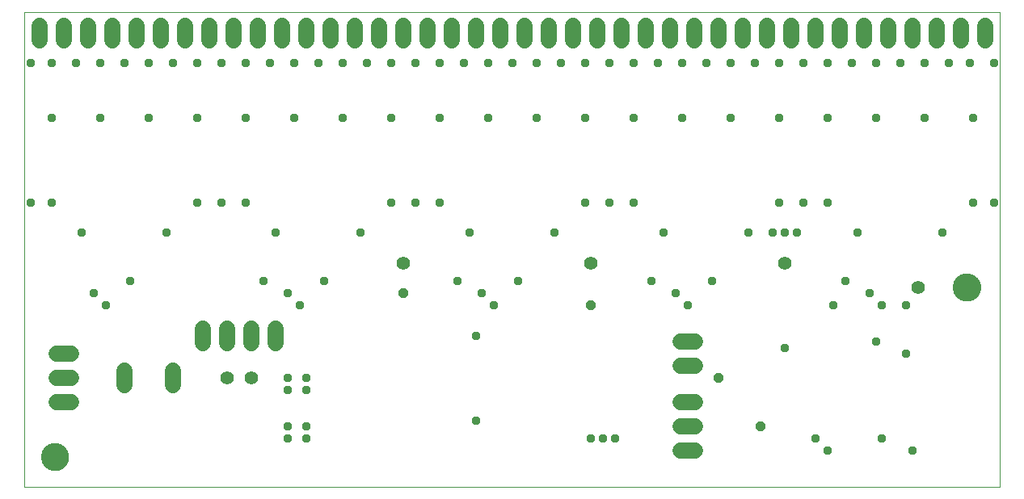
<source format=gbs>
G75*
%MOIN*%
%OFA0B0*%
%FSLAX25Y25*%
%IPPOS*%
%LPD*%
%AMOC8*
5,1,8,0,0,1.08239X$1,22.5*
%
%ADD10C,0.00000*%
%ADD11C,0.06500*%
%ADD12C,0.11524*%
%ADD13C,0.05500*%
%ADD14OC8,0.03453*%
%ADD15OC8,0.04043*%
D10*
X0005550Y0006800D02*
X0005550Y0203001D01*
X0407971Y0203001D01*
X0407971Y0006800D01*
X0005550Y0006800D01*
X0012538Y0019300D02*
X0012540Y0019448D01*
X0012546Y0019596D01*
X0012556Y0019744D01*
X0012570Y0019891D01*
X0012588Y0020038D01*
X0012609Y0020184D01*
X0012635Y0020330D01*
X0012665Y0020475D01*
X0012698Y0020619D01*
X0012736Y0020762D01*
X0012777Y0020904D01*
X0012822Y0021045D01*
X0012870Y0021185D01*
X0012923Y0021324D01*
X0012979Y0021461D01*
X0013039Y0021596D01*
X0013102Y0021730D01*
X0013169Y0021862D01*
X0013240Y0021992D01*
X0013314Y0022120D01*
X0013391Y0022246D01*
X0013472Y0022370D01*
X0013556Y0022492D01*
X0013643Y0022611D01*
X0013734Y0022728D01*
X0013828Y0022843D01*
X0013924Y0022955D01*
X0014024Y0023065D01*
X0014126Y0023171D01*
X0014232Y0023275D01*
X0014340Y0023376D01*
X0014451Y0023474D01*
X0014564Y0023570D01*
X0014680Y0023662D01*
X0014798Y0023751D01*
X0014919Y0023836D01*
X0015042Y0023919D01*
X0015167Y0023998D01*
X0015294Y0024074D01*
X0015423Y0024146D01*
X0015554Y0024215D01*
X0015687Y0024280D01*
X0015822Y0024341D01*
X0015958Y0024399D01*
X0016095Y0024454D01*
X0016234Y0024504D01*
X0016375Y0024551D01*
X0016516Y0024594D01*
X0016659Y0024634D01*
X0016803Y0024669D01*
X0016947Y0024701D01*
X0017093Y0024728D01*
X0017239Y0024752D01*
X0017386Y0024772D01*
X0017533Y0024788D01*
X0017680Y0024800D01*
X0017828Y0024808D01*
X0017976Y0024812D01*
X0018124Y0024812D01*
X0018272Y0024808D01*
X0018420Y0024800D01*
X0018567Y0024788D01*
X0018714Y0024772D01*
X0018861Y0024752D01*
X0019007Y0024728D01*
X0019153Y0024701D01*
X0019297Y0024669D01*
X0019441Y0024634D01*
X0019584Y0024594D01*
X0019725Y0024551D01*
X0019866Y0024504D01*
X0020005Y0024454D01*
X0020142Y0024399D01*
X0020278Y0024341D01*
X0020413Y0024280D01*
X0020546Y0024215D01*
X0020677Y0024146D01*
X0020806Y0024074D01*
X0020933Y0023998D01*
X0021058Y0023919D01*
X0021181Y0023836D01*
X0021302Y0023751D01*
X0021420Y0023662D01*
X0021536Y0023570D01*
X0021649Y0023474D01*
X0021760Y0023376D01*
X0021868Y0023275D01*
X0021974Y0023171D01*
X0022076Y0023065D01*
X0022176Y0022955D01*
X0022272Y0022843D01*
X0022366Y0022728D01*
X0022457Y0022611D01*
X0022544Y0022492D01*
X0022628Y0022370D01*
X0022709Y0022246D01*
X0022786Y0022120D01*
X0022860Y0021992D01*
X0022931Y0021862D01*
X0022998Y0021730D01*
X0023061Y0021596D01*
X0023121Y0021461D01*
X0023177Y0021324D01*
X0023230Y0021185D01*
X0023278Y0021045D01*
X0023323Y0020904D01*
X0023364Y0020762D01*
X0023402Y0020619D01*
X0023435Y0020475D01*
X0023465Y0020330D01*
X0023491Y0020184D01*
X0023512Y0020038D01*
X0023530Y0019891D01*
X0023544Y0019744D01*
X0023554Y0019596D01*
X0023560Y0019448D01*
X0023562Y0019300D01*
X0023560Y0019152D01*
X0023554Y0019004D01*
X0023544Y0018856D01*
X0023530Y0018709D01*
X0023512Y0018562D01*
X0023491Y0018416D01*
X0023465Y0018270D01*
X0023435Y0018125D01*
X0023402Y0017981D01*
X0023364Y0017838D01*
X0023323Y0017696D01*
X0023278Y0017555D01*
X0023230Y0017415D01*
X0023177Y0017276D01*
X0023121Y0017139D01*
X0023061Y0017004D01*
X0022998Y0016870D01*
X0022931Y0016738D01*
X0022860Y0016608D01*
X0022786Y0016480D01*
X0022709Y0016354D01*
X0022628Y0016230D01*
X0022544Y0016108D01*
X0022457Y0015989D01*
X0022366Y0015872D01*
X0022272Y0015757D01*
X0022176Y0015645D01*
X0022076Y0015535D01*
X0021974Y0015429D01*
X0021868Y0015325D01*
X0021760Y0015224D01*
X0021649Y0015126D01*
X0021536Y0015030D01*
X0021420Y0014938D01*
X0021302Y0014849D01*
X0021181Y0014764D01*
X0021058Y0014681D01*
X0020933Y0014602D01*
X0020806Y0014526D01*
X0020677Y0014454D01*
X0020546Y0014385D01*
X0020413Y0014320D01*
X0020278Y0014259D01*
X0020142Y0014201D01*
X0020005Y0014146D01*
X0019866Y0014096D01*
X0019725Y0014049D01*
X0019584Y0014006D01*
X0019441Y0013966D01*
X0019297Y0013931D01*
X0019153Y0013899D01*
X0019007Y0013872D01*
X0018861Y0013848D01*
X0018714Y0013828D01*
X0018567Y0013812D01*
X0018420Y0013800D01*
X0018272Y0013792D01*
X0018124Y0013788D01*
X0017976Y0013788D01*
X0017828Y0013792D01*
X0017680Y0013800D01*
X0017533Y0013812D01*
X0017386Y0013828D01*
X0017239Y0013848D01*
X0017093Y0013872D01*
X0016947Y0013899D01*
X0016803Y0013931D01*
X0016659Y0013966D01*
X0016516Y0014006D01*
X0016375Y0014049D01*
X0016234Y0014096D01*
X0016095Y0014146D01*
X0015958Y0014201D01*
X0015822Y0014259D01*
X0015687Y0014320D01*
X0015554Y0014385D01*
X0015423Y0014454D01*
X0015294Y0014526D01*
X0015167Y0014602D01*
X0015042Y0014681D01*
X0014919Y0014764D01*
X0014798Y0014849D01*
X0014680Y0014938D01*
X0014564Y0015030D01*
X0014451Y0015126D01*
X0014340Y0015224D01*
X0014232Y0015325D01*
X0014126Y0015429D01*
X0014024Y0015535D01*
X0013924Y0015645D01*
X0013828Y0015757D01*
X0013734Y0015872D01*
X0013643Y0015989D01*
X0013556Y0016108D01*
X0013472Y0016230D01*
X0013391Y0016354D01*
X0013314Y0016480D01*
X0013240Y0016608D01*
X0013169Y0016738D01*
X0013102Y0016870D01*
X0013039Y0017004D01*
X0012979Y0017139D01*
X0012923Y0017276D01*
X0012870Y0017415D01*
X0012822Y0017555D01*
X0012777Y0017696D01*
X0012736Y0017838D01*
X0012698Y0017981D01*
X0012665Y0018125D01*
X0012635Y0018270D01*
X0012609Y0018416D01*
X0012588Y0018562D01*
X0012570Y0018709D01*
X0012556Y0018856D01*
X0012546Y0019004D01*
X0012540Y0019152D01*
X0012538Y0019300D01*
X0388788Y0089300D02*
X0388790Y0089448D01*
X0388796Y0089596D01*
X0388806Y0089744D01*
X0388820Y0089891D01*
X0388838Y0090038D01*
X0388859Y0090184D01*
X0388885Y0090330D01*
X0388915Y0090475D01*
X0388948Y0090619D01*
X0388986Y0090762D01*
X0389027Y0090904D01*
X0389072Y0091045D01*
X0389120Y0091185D01*
X0389173Y0091324D01*
X0389229Y0091461D01*
X0389289Y0091596D01*
X0389352Y0091730D01*
X0389419Y0091862D01*
X0389490Y0091992D01*
X0389564Y0092120D01*
X0389641Y0092246D01*
X0389722Y0092370D01*
X0389806Y0092492D01*
X0389893Y0092611D01*
X0389984Y0092728D01*
X0390078Y0092843D01*
X0390174Y0092955D01*
X0390274Y0093065D01*
X0390376Y0093171D01*
X0390482Y0093275D01*
X0390590Y0093376D01*
X0390701Y0093474D01*
X0390814Y0093570D01*
X0390930Y0093662D01*
X0391048Y0093751D01*
X0391169Y0093836D01*
X0391292Y0093919D01*
X0391417Y0093998D01*
X0391544Y0094074D01*
X0391673Y0094146D01*
X0391804Y0094215D01*
X0391937Y0094280D01*
X0392072Y0094341D01*
X0392208Y0094399D01*
X0392345Y0094454D01*
X0392484Y0094504D01*
X0392625Y0094551D01*
X0392766Y0094594D01*
X0392909Y0094634D01*
X0393053Y0094669D01*
X0393197Y0094701D01*
X0393343Y0094728D01*
X0393489Y0094752D01*
X0393636Y0094772D01*
X0393783Y0094788D01*
X0393930Y0094800D01*
X0394078Y0094808D01*
X0394226Y0094812D01*
X0394374Y0094812D01*
X0394522Y0094808D01*
X0394670Y0094800D01*
X0394817Y0094788D01*
X0394964Y0094772D01*
X0395111Y0094752D01*
X0395257Y0094728D01*
X0395403Y0094701D01*
X0395547Y0094669D01*
X0395691Y0094634D01*
X0395834Y0094594D01*
X0395975Y0094551D01*
X0396116Y0094504D01*
X0396255Y0094454D01*
X0396392Y0094399D01*
X0396528Y0094341D01*
X0396663Y0094280D01*
X0396796Y0094215D01*
X0396927Y0094146D01*
X0397056Y0094074D01*
X0397183Y0093998D01*
X0397308Y0093919D01*
X0397431Y0093836D01*
X0397552Y0093751D01*
X0397670Y0093662D01*
X0397786Y0093570D01*
X0397899Y0093474D01*
X0398010Y0093376D01*
X0398118Y0093275D01*
X0398224Y0093171D01*
X0398326Y0093065D01*
X0398426Y0092955D01*
X0398522Y0092843D01*
X0398616Y0092728D01*
X0398707Y0092611D01*
X0398794Y0092492D01*
X0398878Y0092370D01*
X0398959Y0092246D01*
X0399036Y0092120D01*
X0399110Y0091992D01*
X0399181Y0091862D01*
X0399248Y0091730D01*
X0399311Y0091596D01*
X0399371Y0091461D01*
X0399427Y0091324D01*
X0399480Y0091185D01*
X0399528Y0091045D01*
X0399573Y0090904D01*
X0399614Y0090762D01*
X0399652Y0090619D01*
X0399685Y0090475D01*
X0399715Y0090330D01*
X0399741Y0090184D01*
X0399762Y0090038D01*
X0399780Y0089891D01*
X0399794Y0089744D01*
X0399804Y0089596D01*
X0399810Y0089448D01*
X0399812Y0089300D01*
X0399810Y0089152D01*
X0399804Y0089004D01*
X0399794Y0088856D01*
X0399780Y0088709D01*
X0399762Y0088562D01*
X0399741Y0088416D01*
X0399715Y0088270D01*
X0399685Y0088125D01*
X0399652Y0087981D01*
X0399614Y0087838D01*
X0399573Y0087696D01*
X0399528Y0087555D01*
X0399480Y0087415D01*
X0399427Y0087276D01*
X0399371Y0087139D01*
X0399311Y0087004D01*
X0399248Y0086870D01*
X0399181Y0086738D01*
X0399110Y0086608D01*
X0399036Y0086480D01*
X0398959Y0086354D01*
X0398878Y0086230D01*
X0398794Y0086108D01*
X0398707Y0085989D01*
X0398616Y0085872D01*
X0398522Y0085757D01*
X0398426Y0085645D01*
X0398326Y0085535D01*
X0398224Y0085429D01*
X0398118Y0085325D01*
X0398010Y0085224D01*
X0397899Y0085126D01*
X0397786Y0085030D01*
X0397670Y0084938D01*
X0397552Y0084849D01*
X0397431Y0084764D01*
X0397308Y0084681D01*
X0397183Y0084602D01*
X0397056Y0084526D01*
X0396927Y0084454D01*
X0396796Y0084385D01*
X0396663Y0084320D01*
X0396528Y0084259D01*
X0396392Y0084201D01*
X0396255Y0084146D01*
X0396116Y0084096D01*
X0395975Y0084049D01*
X0395834Y0084006D01*
X0395691Y0083966D01*
X0395547Y0083931D01*
X0395403Y0083899D01*
X0395257Y0083872D01*
X0395111Y0083848D01*
X0394964Y0083828D01*
X0394817Y0083812D01*
X0394670Y0083800D01*
X0394522Y0083792D01*
X0394374Y0083788D01*
X0394226Y0083788D01*
X0394078Y0083792D01*
X0393930Y0083800D01*
X0393783Y0083812D01*
X0393636Y0083828D01*
X0393489Y0083848D01*
X0393343Y0083872D01*
X0393197Y0083899D01*
X0393053Y0083931D01*
X0392909Y0083966D01*
X0392766Y0084006D01*
X0392625Y0084049D01*
X0392484Y0084096D01*
X0392345Y0084146D01*
X0392208Y0084201D01*
X0392072Y0084259D01*
X0391937Y0084320D01*
X0391804Y0084385D01*
X0391673Y0084454D01*
X0391544Y0084526D01*
X0391417Y0084602D01*
X0391292Y0084681D01*
X0391169Y0084764D01*
X0391048Y0084849D01*
X0390930Y0084938D01*
X0390814Y0085030D01*
X0390701Y0085126D01*
X0390590Y0085224D01*
X0390482Y0085325D01*
X0390376Y0085429D01*
X0390274Y0085535D01*
X0390174Y0085645D01*
X0390078Y0085757D01*
X0389984Y0085872D01*
X0389893Y0085989D01*
X0389806Y0086108D01*
X0389722Y0086230D01*
X0389641Y0086354D01*
X0389564Y0086480D01*
X0389490Y0086608D01*
X0389419Y0086738D01*
X0389352Y0086870D01*
X0389289Y0087004D01*
X0389229Y0087139D01*
X0389173Y0087276D01*
X0389120Y0087415D01*
X0389072Y0087555D01*
X0389027Y0087696D01*
X0388986Y0087838D01*
X0388948Y0087981D01*
X0388915Y0088125D01*
X0388885Y0088270D01*
X0388859Y0088416D01*
X0388838Y0088562D01*
X0388820Y0088709D01*
X0388806Y0088856D01*
X0388796Y0089004D01*
X0388790Y0089152D01*
X0388788Y0089300D01*
D11*
X0282300Y0066800D02*
X0276300Y0066800D01*
X0276300Y0056800D02*
X0282300Y0056800D01*
X0282300Y0041800D02*
X0276300Y0041800D01*
X0276300Y0031800D02*
X0282300Y0031800D01*
X0282300Y0021800D02*
X0276300Y0021800D01*
X0109300Y0066300D02*
X0109300Y0072300D01*
X0099300Y0072300D02*
X0099300Y0066300D01*
X0089300Y0066300D02*
X0089300Y0072300D01*
X0079300Y0072300D02*
X0079300Y0066300D01*
X0066800Y0054800D02*
X0066800Y0048800D01*
X0046800Y0048800D02*
X0046800Y0054800D01*
X0024800Y0051800D02*
X0018800Y0051800D01*
X0018800Y0041800D02*
X0024800Y0041800D01*
X0024800Y0061800D02*
X0018800Y0061800D01*
X0021800Y0191300D02*
X0021800Y0197300D01*
X0031800Y0197300D02*
X0031800Y0191300D01*
X0041800Y0191300D02*
X0041800Y0197300D01*
X0051800Y0197300D02*
X0051800Y0191300D01*
X0061800Y0191300D02*
X0061800Y0197300D01*
X0071800Y0197300D02*
X0071800Y0191300D01*
X0081800Y0191300D02*
X0081800Y0197300D01*
X0091800Y0197300D02*
X0091800Y0191300D01*
X0101800Y0191300D02*
X0101800Y0197300D01*
X0111800Y0197300D02*
X0111800Y0191300D01*
X0121800Y0191300D02*
X0121800Y0197300D01*
X0131800Y0197300D02*
X0131800Y0191300D01*
X0141800Y0191300D02*
X0141800Y0197300D01*
X0151800Y0197300D02*
X0151800Y0191300D01*
X0161800Y0191300D02*
X0161800Y0197300D01*
X0171800Y0197300D02*
X0171800Y0191300D01*
X0181800Y0191300D02*
X0181800Y0197300D01*
X0191800Y0197300D02*
X0191800Y0191300D01*
X0201800Y0191300D02*
X0201800Y0197300D01*
X0211800Y0197300D02*
X0211800Y0191300D01*
X0221800Y0191300D02*
X0221800Y0197300D01*
X0231800Y0197300D02*
X0231800Y0191300D01*
X0241800Y0191300D02*
X0241800Y0197300D01*
X0251800Y0197300D02*
X0251800Y0191300D01*
X0261800Y0191300D02*
X0261800Y0197300D01*
X0271800Y0197300D02*
X0271800Y0191300D01*
X0281800Y0191300D02*
X0281800Y0197300D01*
X0291800Y0197300D02*
X0291800Y0191300D01*
X0301800Y0191300D02*
X0301800Y0197300D01*
X0311800Y0197300D02*
X0311800Y0191300D01*
X0321800Y0191300D02*
X0321800Y0197300D01*
X0331800Y0197300D02*
X0331800Y0191300D01*
X0341800Y0191300D02*
X0341800Y0197300D01*
X0351800Y0197300D02*
X0351800Y0191300D01*
X0361800Y0191300D02*
X0361800Y0197300D01*
X0371800Y0197300D02*
X0371800Y0191300D01*
X0381800Y0191300D02*
X0381800Y0197300D01*
X0391800Y0197300D02*
X0391800Y0191300D01*
X0401800Y0191300D02*
X0401800Y0197300D01*
X0011800Y0197300D02*
X0011800Y0191300D01*
D12*
X0018050Y0019300D03*
X0394300Y0089300D03*
D13*
X0374300Y0089300D03*
X0319300Y0099300D03*
X0239300Y0099300D03*
X0161800Y0099300D03*
X0099300Y0051800D03*
X0089300Y0051800D03*
D14*
X0114300Y0051800D03*
X0114300Y0046800D03*
X0121800Y0046800D03*
X0121800Y0051800D03*
X0121800Y0031800D03*
X0114300Y0031800D03*
X0114300Y0026800D03*
X0121800Y0026800D03*
X0191800Y0034300D03*
X0239300Y0026800D03*
X0244300Y0026800D03*
X0249300Y0026800D03*
X0319300Y0064300D03*
X0339300Y0081800D03*
X0354300Y0086800D03*
X0359300Y0081800D03*
X0369300Y0081800D03*
X0344300Y0091800D03*
X0349300Y0111800D03*
X0336800Y0124300D03*
X0326800Y0124300D03*
X0316800Y0124300D03*
X0314300Y0111800D03*
X0319300Y0111800D03*
X0324300Y0111800D03*
X0304300Y0111800D03*
X0269300Y0111800D03*
X0256800Y0124300D03*
X0246800Y0124300D03*
X0236800Y0124300D03*
X0224300Y0111800D03*
X0209300Y0091800D03*
X0194300Y0086800D03*
X0199300Y0081800D03*
X0184300Y0091800D03*
X0189300Y0111800D03*
X0176800Y0124300D03*
X0166800Y0124300D03*
X0156800Y0124300D03*
X0144300Y0111800D03*
X0109300Y0111800D03*
X0096800Y0124300D03*
X0086800Y0124300D03*
X0076800Y0124300D03*
X0064300Y0111800D03*
X0029300Y0111800D03*
X0016800Y0124300D03*
X0008050Y0124300D03*
X0049300Y0091800D03*
X0034300Y0086800D03*
X0039300Y0081800D03*
X0104300Y0091800D03*
X0114300Y0086800D03*
X0119300Y0081800D03*
X0129300Y0091800D03*
X0191800Y0069300D03*
X0264300Y0091800D03*
X0274300Y0086800D03*
X0279300Y0081800D03*
X0289300Y0091800D03*
X0356800Y0066800D03*
X0369300Y0061800D03*
X0359300Y0026800D03*
X0371800Y0021800D03*
X0336800Y0021800D03*
X0331800Y0026800D03*
X0384300Y0111800D03*
X0396800Y0124300D03*
X0405550Y0124300D03*
X0396800Y0159300D03*
X0376800Y0159300D03*
X0356800Y0159300D03*
X0336800Y0159300D03*
X0316800Y0159300D03*
X0296800Y0159300D03*
X0276800Y0159300D03*
X0256800Y0159300D03*
X0236800Y0159300D03*
X0216800Y0159300D03*
X0196800Y0159300D03*
X0176800Y0159300D03*
X0156800Y0159300D03*
X0136800Y0159300D03*
X0116800Y0159300D03*
X0096800Y0159300D03*
X0076800Y0159300D03*
X0056800Y0159300D03*
X0036800Y0159300D03*
X0016800Y0159300D03*
X0016800Y0181800D03*
X0026800Y0181800D03*
X0036800Y0181800D03*
X0046800Y0181800D03*
X0056800Y0181800D03*
X0066800Y0181800D03*
X0076800Y0181800D03*
X0086800Y0181800D03*
X0096800Y0181800D03*
X0106800Y0181800D03*
X0116800Y0181800D03*
X0126800Y0181800D03*
X0136800Y0181800D03*
X0146800Y0181800D03*
X0156800Y0181800D03*
X0166800Y0181800D03*
X0176800Y0181800D03*
X0186800Y0181800D03*
X0196800Y0181800D03*
X0206800Y0181800D03*
X0216800Y0181800D03*
X0226800Y0181800D03*
X0236800Y0181800D03*
X0246800Y0181800D03*
X0256800Y0181800D03*
X0266800Y0181800D03*
X0276800Y0181800D03*
X0286800Y0181800D03*
X0296800Y0181800D03*
X0306800Y0181800D03*
X0316800Y0181800D03*
X0326800Y0181800D03*
X0336800Y0181800D03*
X0346800Y0181800D03*
X0356800Y0181800D03*
X0366800Y0181800D03*
X0376800Y0181800D03*
X0386800Y0181800D03*
X0395550Y0181800D03*
X0405550Y0181800D03*
X0008050Y0181800D03*
D15*
X0161800Y0086800D03*
X0239300Y0081800D03*
X0291800Y0051800D03*
X0309300Y0031800D03*
M02*

</source>
